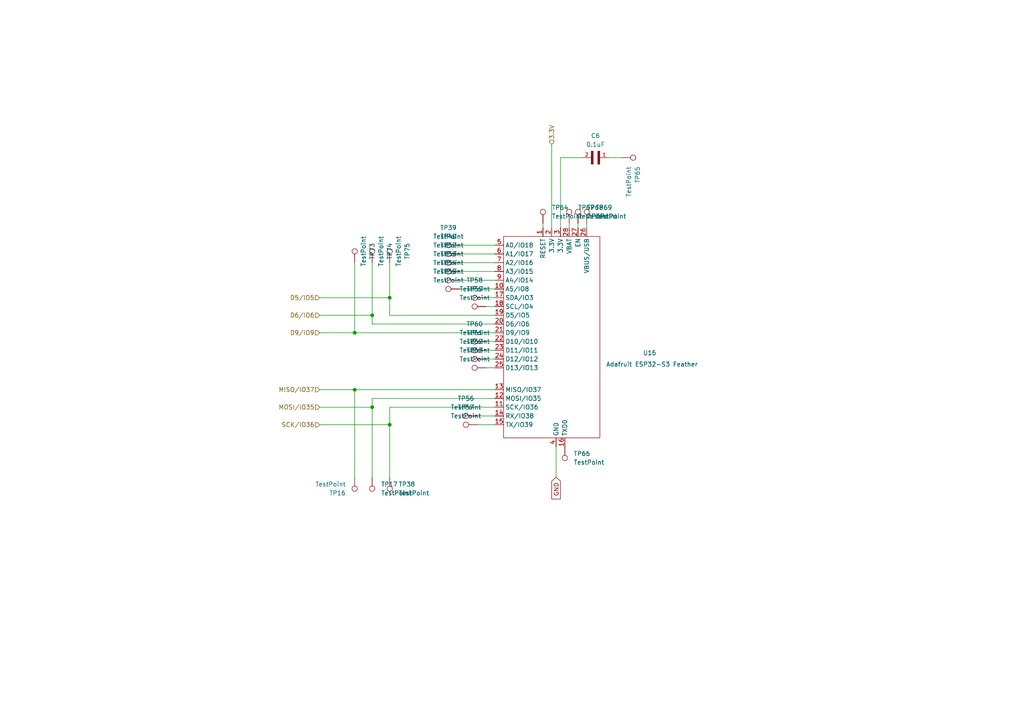
<source format=kicad_sch>
(kicad_sch (version 20231120) (generator "eeschema") (generator_version "8.0")
  (paper "A4")
  (lib_symbols
    (symbol "Connector:TestPoint" (pin_numbers hide) (pin_names (offset 0.762) hide)
      (property "Reference" "TP" (at 0 6.858 0))
      (property "Value" "TestPoint" (at 0 5.08 0))
      (symbol "TestPoint_0_1"
        (circle (center 0 3.302) (radius 0.762))
      )
      (symbol "TestPoint_1_1"
        (pin passive line (at 0 0 90) (length 2.54) (name "1") (number "1"))
      )
    )
    (symbol "Custom Caps n Res:CL05B104KP5NNNC" (pin_names (offset 1.016))
      (property "Reference" "C" (at 0 3.81 0))
      (property "Value" "CL05B104KP5NNNC" (at 0 -5.08 0))
      (symbol "CL05B104KP5NNNC_0_0"
        (rectangle (start 0 -1.905) (end 0.635 1.905) (stroke (width 0.1)) (fill (type outline)))
        (rectangle (start 1.905 -1.905) (end 2.54 1.905) (stroke (width 0.1)) (fill (type outline)))
        (pin passive line (at 5.08 0 180) (length 2.54) (name "~") (number "1"))
        (pin passive line (at -2.54 0 0) (length 2.54) (name "~") (number "2"))
      )
    )
    (symbol "adafruit_feather_esp32:Adafruit_Feather_ESP32-S3_module_sorted"
      (property "Reference" "U" (at 0 0 0))
      (property "Value" "Adafruit ESP32-S3 Feather" (at 43.942 -5.842 0))
      (symbol "Adafruit_Feather_ESP32-S3_module_sorted_0_1"
        (rectangle (start -13.97 20.32) (end 13.97 -38.1))
      )
      (symbol "Adafruit_Feather_ESP32-S3_module_sorted_1_1"
        (pin input line (at -2.54 22.86 270) (length 2.54) (name "RESET") (number "1"))
        (pin bidirectional line (at -16.51 5.08 0) (length 2.54) (name "A5/IO8") (number "10"))
        (pin bidirectional line (at -16.51 -29.21 0) (length 2.54) (name "SCK/IO36") (number "11"))
        (pin bidirectional line (at -16.51 -26.67 0) (length 2.54) (name "MOSI/IO35") (number "12"))
        (pin bidirectional line (at -16.51 -24.13 0) (length 2.54) (name "MISO/IO37") (number "13"))
        (pin bidirectional line (at -16.51 -31.75 0) (length 2.54) (name "RX/IO38") (number "14"))
        (pin bidirectional line (at -16.51 -34.29 0) (length 2.54) (name "TX/IO39") (number "15"))
        (pin bidirectional line (at 3.81 -40.64 90) (length 2.54) (name "TXD0") (number "16"))
        (pin bidirectional line (at -16.51 2.54 0) (length 2.54) (name "SDA/IO3") (number "17"))
        (pin bidirectional line (at -16.51 0 0) (length 2.54) (name "SCL/IO4") (number "18"))
        (pin bidirectional line (at -16.51 -2.54 0) (length 2.54) (name "D5/IO5") (number "19"))
        (pin power_in line (at 0 22.86 270) (length 2.54) (name "3.3V") (number "2"))
        (pin bidirectional line (at -16.51 -5.08 0) (length 2.54) (name "D6/IO6") (number "20"))
        (pin bidirectional line (at -16.51 -7.62 0) (length 2.54) (name "D9/IO9") (number "21"))
        (pin bidirectional line (at -16.51 -10.16 0) (length 2.54) (name "D10/IO10") (number "22"))
        (pin bidirectional line (at -16.51 -12.7 0) (length 2.54) (name "D11/IO11") (number "23"))
        (pin bidirectional line (at -16.51 -15.24 0) (length 2.54) (name "D12/IO12") (number "24"))
        (pin bidirectional line (at -16.51 -17.78 0) (length 2.54) (name "D13/IO13") (number "25"))
        (pin power_in line (at 10.16 22.86 270) (length 2.54) (name "VBUS/USB") (number "26"))
        (pin input line (at 7.62 22.86 270) (length 2.54) (name "EN") (number "27"))
        (pin power_in line (at 5.08 22.86 270) (length 2.54) (name "VBAT") (number "28"))
        (pin power_in line (at 2.54 22.86 270) (length 2.54) (name "3.3V") (number "3"))
        (pin power_in line (at 1.27 -40.64 90) (length 2.54) (name "GND") (number "4"))
        (pin bidirectional line (at -16.51 17.78 0) (length 2.54) (name "A0/IO18") (number "5"))
        (pin bidirectional line (at -16.51 15.24 0) (length 2.54) (name "A1/IO17") (number "6"))
        (pin bidirectional line (at -16.51 12.7 0) (length 2.54) (name "A2/IO16") (number "7"))
        (pin bidirectional line (at -16.51 10.16 0) (length 2.54) (name "A3/IO15") (number "8"))
        (pin bidirectional line (at -16.51 7.62 0) (length 2.54) (name "A4/IO14") (number "9"))
      )
    )
  )
  (junction (at 107.95 91.44))
  (junction (at 102.87 113.03))
  (junction (at 113.03 86.36))
  (junction (at 113.03 123.19))
  (junction (at 107.95 118.11))
  (junction (at 102.87 96.52))
  (wire (pts (xy 92.71 113.03) (xy 102.87 113.03)))
  (wire (pts (xy 113.03 91.44) (xy 143.51 91.44)))
  (wire (pts (xy 92.71 86.36) (xy 113.03 86.36)))
  (wire (pts (xy 113.03 118.11) (xy 113.03 123.19)))
  (wire (pts (xy 157.48 64.77) (xy 157.48 66.04)))
  (wire (pts (xy 140.97 88.9) (xy 143.51 88.9)))
  (wire (pts (xy 138.43 120.65) (xy 143.51 120.65)))
  (wire (pts (xy 102.87 76.2) (xy 102.87 96.52)))
  (wire (pts (xy 162.56 45.72) (xy 162.56 66.04)))
  (wire (pts (xy 162.56 45.72) (xy 168.91 45.72)))
  (wire (pts (xy 170.18 64.77) (xy 170.18 66.04)))
  (wire (pts (xy 133.35 78.74) (xy 143.51 78.74)))
  (wire (pts (xy 180.34 45.72) (xy 176.53 45.72)))
  (wire (pts (xy 107.95 93.98) (xy 107.95 91.44)))
  (wire (pts (xy 92.71 123.19) (xy 113.03 123.19)))
  (wire (pts (xy 113.03 123.19) (xy 113.03 138.43)))
  (wire (pts (xy 140.97 101.6) (xy 143.51 101.6)))
  (wire (pts (xy 102.87 113.03) (xy 143.51 113.03)))
  (wire (pts (xy 133.35 76.2) (xy 143.51 76.2)))
  (wire (pts (xy 133.35 71.12) (xy 143.51 71.12)))
  (wire (pts (xy 140.97 99.06) (xy 143.51 99.06)))
  (wire (pts (xy 165.1 64.77) (xy 165.1 66.04)))
  (wire (pts (xy 113.03 118.11) (xy 143.51 118.11)))
  (wire (pts (xy 133.35 83.82) (xy 143.51 83.82)))
  (wire (pts (xy 140.97 106.68) (xy 143.51 106.68)))
  (wire (pts (xy 160.02 41.91) (xy 160.02 66.04)))
  (wire (pts (xy 107.95 118.11) (xy 107.95 138.43)))
  (wire (pts (xy 133.35 73.66) (xy 143.51 73.66)))
  (wire (pts (xy 143.51 93.98) (xy 107.95 93.98)))
  (wire (pts (xy 102.87 113.03) (xy 102.87 138.43)))
  (wire (pts (xy 107.95 91.44) (xy 107.95 76.2)))
  (wire (pts (xy 113.03 76.2) (xy 113.03 86.36)))
  (wire (pts (xy 92.71 91.44) (xy 107.95 91.44)))
  (wire (pts (xy 138.43 123.19) (xy 143.51 123.19)))
  (wire (pts (xy 161.29 129.54) (xy 161.29 138.43)))
  (wire (pts (xy 92.71 96.52) (xy 102.87 96.52)))
  (wire (pts (xy 107.95 115.57) (xy 107.95 118.11)))
  (wire (pts (xy 133.35 81.28) (xy 143.51 81.28)))
  (wire (pts (xy 140.97 104.14) (xy 143.51 104.14)))
  (wire (pts (xy 107.95 115.57) (xy 143.51 115.57)))
  (wire (pts (xy 140.97 86.36) (xy 143.51 86.36)))
  (wire (pts (xy 92.71 118.11) (xy 107.95 118.11)))
  (wire (pts (xy 113.03 86.36) (xy 113.03 91.44)))
  (wire (pts (xy 102.87 96.52) (xy 143.51 96.52)))
  (wire (pts (xy 167.64 64.77) (xy 167.64 66.04)))
  (global_label "GND" (shape input) (at 161.29 138.43 270) (property "Intersheetrefs" "${INTERSHEET_REFS}" (effects (hide yes))))
  (hierarchical_label "MOSI{slash}IO35" (shape input) (at 92.71 118.11 180))
  (hierarchical_label "D6{slash}IO6" (shape input) (at 92.71 91.44 180))
  (hierarchical_label "3.3V" (shape input) (at 160.02 41.91 90))
  (hierarchical_label "MISO{slash}IO37" (shape input) (at 92.71 113.03 180))
  (hierarchical_label "D9{slash}IO9" (shape input) (at 92.71 96.52 180))
  (hierarchical_label "D5{slash}IO5" (shape input) (at 92.71 86.36 180))
  (hierarchical_label "SCK{slash}IO36" (shape input) (at 92.71 123.19 180))
  (symbol (lib_id "Connector:TestPoint") (at 170.18 64.77 0) (unit 1)
    (property "Reference" "TP69" (at 172.72 60.1979 0) (effects (justify left)))
    (property "Value" "TestPoint" (at 172.72 62.7379 0) (effects (justify left)))
    (property "Description" "test point" (effects (hide yes)))
  )
  (symbol (lib_id "Connector:TestPoint") (at 133.35 78.74 90) (unit 1)
    (property "Reference" "TP53" (at 130.048 73.66 90))
    (property "Value" "TestPoint" (at 130.048 76.2 90))
    (property "Description" "test point" (effects (hide yes)))
  )
  (symbol (lib_id "Connector:TestPoint") (at 113.03 76.2 0) (unit 1)
    (property "Reference" "TP75" (at 118.11 72.898 90))
    (property "Value" "TestPoint" (at 115.57 72.898 90))
    (property "Description" "test point" (effects (hide yes)))
  )
  (symbol (lib_id "Connector:TestPoint") (at 133.35 71.12 90) (unit 1)
    (property "Reference" "TP39" (at 130.048 66.04 90))
    (property "Value" "TestPoint" (at 130.048 68.58 90))
    (property "Description" "test point" (effects (hide yes)))
  )
  (symbol (lib_id "Connector:TestPoint") (at 113.03 138.43 180) (unit 1)
    (property "Reference" "TP38" (at 115.57 140.4619 0) (effects (justify right)))
    (property "Value" "TestPoint" (at 115.57 143.0019 0) (effects (justify right)))
    (property "Description" "test point" (effects (hide yes)))
  )
  (symbol (lib_id "Connector:TestPoint") (at 157.48 64.77 0) (unit 1)
    (property "Reference" "TP64" (at 160.02 60.1979 0) (effects (justify left)))
    (property "Value" "TestPoint" (at 160.02 62.7379 0) (effects (justify left)))
    (property "Description" "test point" (effects (hide yes)))
  )
  (symbol (lib_id "Connector:TestPoint") (at 167.64 64.77 0) (unit 1)
    (property "Reference" "TP68" (at 170.18 60.1979 0) (effects (justify left)))
    (property "Value" "TestPoint" (at 170.18 62.7379 0) (effects (justify left)))
    (property "Description" "test point" (effects (hide yes)))
  )
  (symbol (lib_id "Connector:TestPoint") (at 140.97 106.68 90) (unit 1)
    (property "Reference" "TP63" (at 137.668 101.6 90))
    (property "Value" "TestPoint" (at 137.668 104.14 90))
    (property "Description" "test point" (effects (hide yes)))
  )
  (symbol (lib_id "Connector:TestPoint") (at 165.1 64.77 0) (unit 1)
    (property "Reference" "TP67" (at 167.64 60.1979 0) (effects (justify left)))
    (property "Value" "TestPoint" (at 167.64 62.7379 0) (effects (justify left)))
    (property "Description" "test point" (effects (hide yes)))
  )
  (symbol (lib_id "Connector:TestPoint") (at 102.87 138.43 180) (unit 1)
    (property "Reference" "TP16" (at 100.33 143.0021 0) (effects (justify left)))
    (property "Value" "TestPoint" (at 100.33 140.4621 0) (effects (justify left)))
    (property "Description" "test point" (effects (hide yes)))
  )
  (symbol (lib_id "Connector:TestPoint") (at 163.83 129.54 180) (unit 1)
    (property "Reference" "TP66" (at 166.37 131.5719 0) (effects (justify right)))
    (property "Value" "TestPoint" (at 166.37 134.1119 0) (effects (justify right)))
    (property "Description" "test point" (effects (hide yes)))
  )
  (symbol (lib_id "Connector:TestPoint") (at 138.43 123.19 90) (unit 1)
    (property "Reference" "TP57" (at 135.128 118.11 90))
    (property "Value" "TestPoint" (at 135.128 120.65 90))
    (property "Description" "test point" (effects (hide yes)))
  )
  (symbol (lib_id "Connector:TestPoint") (at 140.97 104.14 90) (unit 1)
    (property "Reference" "TP62" (at 137.668 99.06 90))
    (property "Value" "TestPoint" (at 137.668 101.6 90))
    (property "Description" "test point" (effects (hide yes)))
  )
  (symbol (lib_id "Connector:TestPoint") (at 107.95 138.43 180) (unit 1)
    (property "Reference" "TP17" (at 110.49 140.4619 0) (effects (justify right)))
    (property "Value" "TestPoint" (at 110.49 143.0019 0) (effects (justify right)))
    (property "Description" "test point" (effects (hide yes)))
  )
  (symbol (lib_id "Custom Caps n Res:CL05B104KP5NNNC") (at 171.45 45.72 0) (unit 1)
    (property "Reference" "C6" (at 172.72 39.37 0))
    (property "Value" "0.1uF" (at 172.72 41.91 0))
    (property "Footprint" "Custom Caps n Res:CL05B104KP5NNNC" (effects (hide yes)))
    (property "MF" "Samsung" (effects (hide yes)))
    (property "Description_1" "\n                        \n                            0.1 µF ±10% 10V Ceramic Capacitor X7R 0402 (1005 Metric)\n                        \n" (effects (hide yes)))
    (property "Package" "0402 Samsung Electro-Mechanics" (effects (hide yes)))
    (property "Price" "None" (effects (hide yes)))
    (property "SnapEDA_Link" "https://www.snapeda.com/parts/CL05B104KP5NNNC/Samsung/view-part/?ref=snap" (effects (hide yes)))
    (property "MP" "CL05B104KP5NNNC" (effects (hide yes)))
    (property "Availability" "In Stock" (effects (hide yes)))
    (property "Check_prices" "https://www.snapeda.com/parts/CL05B104KP5NNNC/Samsung/view-part/?ref=eda" (effects (hide yes)))
  )
  (symbol (lib_id "Connector:TestPoint") (at 140.97 101.6 90) (unit 1)
    (property "Reference" "TP61" (at 137.668 96.52 90))
    (property "Value" "TestPoint" (at 137.668 99.06 90))
    (property "Description" "test point" (effects (hide yes)))
  )
  (symbol (lib_id "Connector:TestPoint") (at 140.97 88.9 90) (unit 1)
    (property "Reference" "TP59" (at 137.668 83.82 90))
    (property "Value" "TestPoint" (at 137.668 86.36 90))
    (property "Description" "test point" (effects (hide yes)))
  )
  (symbol (lib_id "Connector:TestPoint") (at 133.35 83.82 90) (unit 1)
    (property "Reference" "TP55" (at 130.048 78.74 90))
    (property "Value" "TestPoint" (at 130.048 81.28 90))
    (property "Description" "test point" (effects (hide yes)))
  )
  (symbol (lib_id "Connector:TestPoint") (at 133.35 76.2 90) (unit 1)
    (property "Reference" "TP52" (at 130.048 71.12 90))
    (property "Value" "TestPoint" (at 130.048 73.66 90))
    (property "Description" "test point" (effects (hide yes)))
  )
  (symbol (lib_id "Connector:TestPoint") (at 138.43 120.65 90) (unit 1)
    (property "Reference" "TP56" (at 135.128 115.57 90))
    (property "Value" "TestPoint" (at 135.128 118.11 90))
    (property "Description" "test point" (effects (hide yes)))
  )
  (symbol (lib_id "Connector:TestPoint") (at 133.35 81.28 90) (unit 1)
    (property "Reference" "TP54" (at 130.048 76.2 90))
    (property "Value" "TestPoint" (at 130.048 78.74 90))
    (property "Description" "test point" (effects (hide yes)))
  )
  (symbol (lib_id "Connector:TestPoint") (at 140.97 86.36 90) (unit 1)
    (property "Reference" "TP58" (at 137.668 81.28 90))
    (property "Value" "TestPoint" (at 137.668 83.82 90))
    (property "Description" "test point" (effects (hide yes)))
  )
  (symbol (lib_id "Connector:TestPoint") (at 180.34 45.72 270) (unit 1)
    (property "Reference" "TP65" (at 184.9121 48.26 0) (effects (justify left)))
    (property "Value" "TestPoint" (at 182.3721 48.26 0) (effects (justify left)))
    (property "Description" "test point" (effects (hide yes)))
  )
  (symbol (lib_id "adafruit_feather_esp32:Adafruit_Feather_ESP32-S3_module_sorted") (at 160.02 88.9 0) (unit 1)
    (property "Reference" "U16" (at 186.436 102.362 0) (effects (justify left)))
    (property "Value" "Adafruit ESP32-S3 Feather" (at 175.768 105.664 0) (effects (justify left)))
    (property "Footprint" "adafruit_esp32s3_feather:Adafruit_ESP32_S3_Feather" (effects (hide yes)))
  )
  (symbol (lib_id "Connector:TestPoint") (at 140.97 99.06 90) (unit 1)
    (property "Reference" "TP60" (at 137.668 93.98 90))
    (property "Value" "TestPoint" (at 137.668 96.52 90))
    (property "Description" "test point" (effects (hide yes)))
  )
  (symbol (lib_id "Connector:TestPoint") (at 102.87 76.2 0) (unit 1)
    (property "Reference" "TP73" (at 107.95 72.898 90))
    (property "Value" "TestPoint" (at 105.41 72.898 90))
    (property "Description" "test point" (effects (hide yes)))
  )
  (symbol (lib_id "Connector:TestPoint") (at 107.95 76.2 0) (unit 1)
    (property "Reference" "TP74" (at 113.03 72.898 90))
    (property "Value" "TestPoint" (at 110.49 72.898 90))
    (property "Description" "test point" (effects (hide yes)))
  )
  (symbol (lib_id "Connector:TestPoint") (at 133.35 73.66 90) (unit 1)
    (property "Reference" "TP40" (at 130.048 68.58 90))
    (property "Value" "TestPoint" (at 130.048 71.12 90))
    (property "Description" "test point" (effects (hide yes)))
  )
)
</source>
